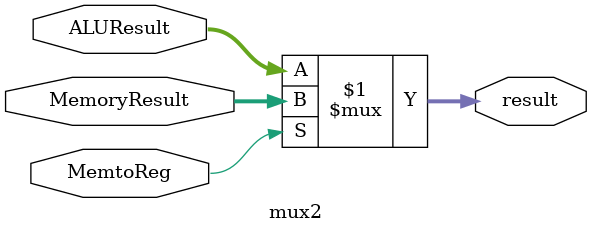
<source format=v>
`timescale 1ns / 1ps


module mux2(
    input MemtoReg,
    input [31:0] MemoryResult,
    input [31:0] ALUResult,
    output [31:0] result
    );
    
    assign result = MemtoReg? MemoryResult:ALUResult;
endmodule

</source>
